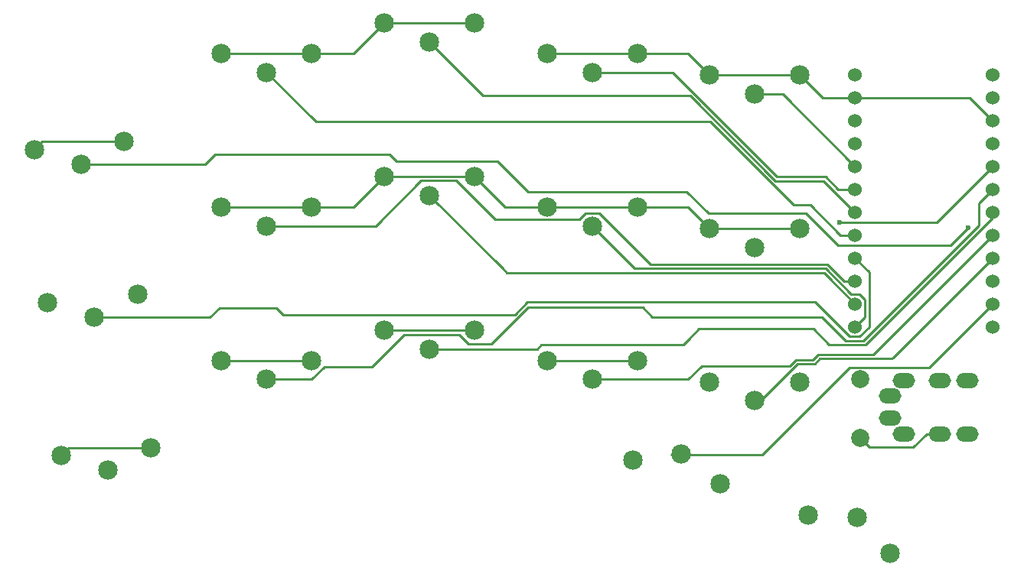
<source format=gtl>
G04 #@! TF.GenerationSoftware,KiCad,Pcbnew,(5.1.4-0-10_14)*
G04 #@! TF.CreationDate,2020-11-29T23:03:10+01:00*
G04 #@! TF.ProjectId,haigha,68616967-6861-42e6-9b69-6361645f7063,2.1*
G04 #@! TF.SameCoordinates,Original*
G04 #@! TF.FileFunction,Copper,L1,Top*
G04 #@! TF.FilePolarity,Positive*
%FSLAX46Y46*%
G04 Gerber Fmt 4.6, Leading zero omitted, Abs format (unit mm)*
G04 Created by KiCad (PCBNEW (5.1.4-0-10_14)) date 2020-11-29 23:03:10*
%MOMM*%
%LPD*%
G04 APERTURE LIST*
%ADD10C,2.153000*%
%ADD11C,1.524000*%
%ADD12C,2.000000*%
%ADD13O,2.500000X1.700000*%
%ADD14C,0.600000*%
%ADD15C,0.250000*%
G04 APERTURE END LIST*
D10*
X67000000Y-66345000D03*
X57000000Y-66345000D03*
X62000000Y-68445000D03*
X46241165Y-42113861D03*
X36279218Y-42985419D03*
X41443219Y-44641649D03*
D11*
X127111400Y-34672000D03*
X127111400Y-37212000D03*
X127111400Y-39752000D03*
X127111400Y-42292000D03*
X127111400Y-44832000D03*
X127111400Y-47372000D03*
X127111400Y-49912000D03*
X127111400Y-52452000D03*
X127111400Y-54992000D03*
X127111400Y-57532000D03*
X127111400Y-60072000D03*
X127111400Y-62612000D03*
X142331400Y-62612000D03*
X142331400Y-60072000D03*
X142331400Y-57532000D03*
X142331400Y-54992000D03*
X142331400Y-52452000D03*
X142331400Y-49912000D03*
X142331400Y-47372000D03*
X142331400Y-44832000D03*
X142331400Y-42292000D03*
X142331400Y-39752000D03*
X142331400Y-37212000D03*
X142331400Y-34672000D03*
D10*
X112173142Y-80013577D03*
X102513883Y-77425387D03*
X107887032Y-76691038D03*
X121000000Y-68720000D03*
X111000000Y-68720000D03*
X116000000Y-70820000D03*
X130977488Y-87739122D03*
X121914410Y-83512939D03*
X127333448Y-83722784D03*
X103000000Y-66345000D03*
X93000000Y-66345000D03*
X98000000Y-68445000D03*
X85000000Y-62970000D03*
X75000000Y-62970000D03*
X80000000Y-65070000D03*
X49204865Y-75989461D03*
X39242918Y-76861019D03*
X44406919Y-78517249D03*
X121000000Y-51720000D03*
X111000000Y-51720000D03*
X116000000Y-53820000D03*
X103000000Y-49340000D03*
X93000000Y-49340000D03*
X98000000Y-51440000D03*
X85000000Y-45970000D03*
X75000000Y-45970000D03*
X80000000Y-48070000D03*
X67000000Y-49340000D03*
X57000000Y-49340000D03*
X62000000Y-51440000D03*
X47722765Y-59049161D03*
X37760818Y-59920719D03*
X42924819Y-61576949D03*
X121000000Y-34720000D03*
X111000000Y-34720000D03*
X116000000Y-36820000D03*
X103000000Y-32340000D03*
X93000000Y-32340000D03*
X98000000Y-34440000D03*
X85000000Y-28980000D03*
X75000000Y-28980000D03*
X80000000Y-31080000D03*
X67000000Y-32340000D03*
X57000000Y-32340000D03*
X62000000Y-34440000D03*
D12*
X127660000Y-74950000D03*
X127660000Y-68450000D03*
D13*
X131000000Y-70300000D03*
X132500000Y-74500000D03*
X136500000Y-74500000D03*
X139500000Y-74500000D03*
X136500000Y-68550000D03*
X139500000Y-68550000D03*
X131000000Y-72750000D03*
X132500000Y-68550000D03*
D14*
X139591000Y-51660400D03*
X125344600Y-51036600D03*
D15*
X80000000Y-65070000D02*
X80066400Y-65003600D01*
X109844300Y-62864700D02*
X122467300Y-62864700D01*
X122467300Y-62864700D02*
X124207600Y-64605000D01*
X124207600Y-64605000D02*
X128235600Y-64605000D01*
X128235600Y-64605000D02*
X142331400Y-50509200D01*
X142331400Y-50509200D02*
X142331400Y-49912000D01*
X80000000Y-65070000D02*
X91902000Y-65070000D01*
X91902000Y-65070000D02*
X92387499Y-64584501D01*
X108124499Y-64584501D02*
X108706500Y-64002500D01*
X92387499Y-64584501D02*
X108124499Y-64584501D01*
X108706500Y-64002500D02*
X109844300Y-62864700D01*
X122451000Y-66277900D02*
X123016300Y-65712600D01*
X123016300Y-65712600D02*
X129070800Y-65712600D01*
X129070800Y-65712600D02*
X142331400Y-52452000D01*
X120542590Y-66277900D02*
X120920100Y-66277900D01*
X119860989Y-66959501D02*
X120542590Y-66277900D01*
X108638600Y-68445000D02*
X110124099Y-66959501D01*
X98000000Y-68445000D02*
X108638600Y-68445000D01*
X110124099Y-66959501D02*
X119860989Y-66959501D01*
X120920100Y-66277900D02*
X122451000Y-66277900D01*
X120542100Y-66277900D02*
X120920100Y-66277900D01*
X131160790Y-66162610D02*
X131300700Y-66022700D01*
X120728990Y-66727910D02*
X122637400Y-66727910D01*
X123202700Y-66162610D02*
X131160790Y-66162610D01*
X116636900Y-70820000D02*
X120728990Y-66727910D01*
X131300700Y-66022700D02*
X142331400Y-54992000D01*
X122637400Y-66727910D02*
X123202700Y-66162610D01*
X116000000Y-70820000D02*
X116636900Y-70820000D01*
X137668900Y-53582500D02*
X139591000Y-51660400D01*
X41443219Y-44641649D02*
X55180351Y-44641649D01*
X75631999Y-43500499D02*
X75882750Y-43751250D01*
X55180351Y-44641649D02*
X56321501Y-43500499D01*
X56321501Y-43500499D02*
X75631999Y-43500499D01*
X75631600Y-43500100D02*
X75882750Y-43751250D01*
X121689000Y-50038000D02*
X125233500Y-53582500D01*
X110877666Y-50038000D02*
X121689000Y-50038000D01*
X108466066Y-47626400D02*
X110877666Y-50038000D01*
X125233500Y-53582500D02*
X137668900Y-53582500D01*
X87554900Y-44256400D02*
X90924900Y-47626400D01*
X76387900Y-44256400D02*
X87554900Y-44256400D01*
X90924900Y-47626400D02*
X108466066Y-47626400D01*
X75882750Y-43751250D02*
X76387900Y-44256400D01*
X116000000Y-36820000D02*
X119099400Y-36820000D01*
X119099400Y-36820000D02*
X127111400Y-44832000D01*
X103000000Y-49340000D02*
X108620000Y-49340000D01*
X108620000Y-49340000D02*
X111000000Y-51720000D01*
X93000000Y-49340000D02*
X88370000Y-49340000D01*
X88370000Y-49340000D02*
X85000000Y-45970000D01*
X75000000Y-45970000D02*
X85000000Y-45970000D01*
X67000000Y-49340000D02*
X71630000Y-49340000D01*
X71630000Y-49340000D02*
X75000000Y-45970000D01*
X67000000Y-32340000D02*
X57000000Y-32340000D01*
X75000000Y-28980000D02*
X71640000Y-32340000D01*
X71640000Y-32340000D02*
X67000000Y-32340000D01*
X121000000Y-34720000D02*
X123492000Y-37212000D01*
X123492000Y-37212000D02*
X127111400Y-37212000D01*
X111000000Y-34720000D02*
X121000000Y-34720000D01*
X85000000Y-62970000D02*
X75000000Y-62970000D01*
X142331400Y-39752000D02*
X139791400Y-37212000D01*
X139791400Y-37212000D02*
X127111400Y-37212000D01*
X93000000Y-66345000D02*
X103000000Y-66345000D01*
X57000000Y-66345000D02*
X67000000Y-66345000D01*
X39242900Y-76861000D02*
X40114400Y-75989500D01*
X40114400Y-75989500D02*
X49204900Y-75989500D01*
X111000000Y-51720000D02*
X121000000Y-51720000D01*
X93000000Y-49340000D02*
X103000000Y-49340000D01*
X57000000Y-49340000D02*
X67000000Y-49340000D01*
X103000000Y-32340000D02*
X108620000Y-32340000D01*
X108620000Y-32340000D02*
X111000000Y-34720000D01*
X93000000Y-32340000D02*
X103000000Y-32340000D01*
X75000000Y-28980000D02*
X85000000Y-28980000D01*
X36279200Y-42985400D02*
X37150700Y-42113900D01*
X37150700Y-42113900D02*
X46241200Y-42113900D01*
X133550001Y-75949999D02*
X135000000Y-74500000D01*
X128659999Y-75949999D02*
X133550001Y-75949999D01*
X135000000Y-74500000D02*
X136500000Y-74500000D01*
X127660000Y-74950000D02*
X128659999Y-75949999D01*
X127111400Y-47372000D02*
X125207810Y-47372000D01*
X106910610Y-34440000D02*
X103782000Y-34440000D01*
X118464100Y-45993490D02*
X106910610Y-34440000D01*
X123829300Y-45993490D02*
X118464100Y-45993490D01*
X103782000Y-34440000D02*
X98000000Y-34440000D01*
X125207810Y-47372000D02*
X123829300Y-45993490D01*
X80000000Y-31080000D02*
X85922000Y-37002000D01*
X85922000Y-37002000D02*
X108836200Y-37002000D01*
X108836200Y-37002000D02*
X118277700Y-46443500D01*
X118277700Y-46443500D02*
X123642900Y-46443500D01*
X123642900Y-46443500D02*
X127111400Y-49912000D01*
X62000000Y-34440000D02*
X67437500Y-39877500D01*
X67437500Y-39877500D02*
X111074800Y-39877500D01*
X111074800Y-39877500D02*
X120293500Y-49096200D01*
X120293500Y-49096200D02*
X122132300Y-49096200D01*
X122132300Y-49096200D02*
X125488100Y-52452000D01*
X125488100Y-52452000D02*
X127111400Y-52452000D01*
X89467300Y-61277500D02*
X90845400Y-59899400D01*
X90845400Y-59899400D02*
X122645500Y-59899400D01*
X122645500Y-59899400D02*
X126449200Y-63703100D01*
X126449200Y-63703100D02*
X127568600Y-63703100D01*
X127568600Y-63703100D02*
X128658300Y-62613400D01*
X128658300Y-62613400D02*
X128658300Y-56538900D01*
X128658300Y-56538900D02*
X127111400Y-54992000D01*
X76644500Y-61277500D02*
X89467300Y-61277500D01*
X76409000Y-61277500D02*
X76644500Y-61277500D01*
X64833500Y-61277500D02*
X64960500Y-61277500D01*
X64960500Y-61277500D02*
X76644500Y-61277500D01*
X63045499Y-60505499D02*
X56799167Y-60505499D01*
X55727717Y-61576949D02*
X42924819Y-61576949D01*
X63817500Y-61277500D02*
X63045499Y-60505499D01*
X56799167Y-60505499D02*
X55727717Y-61576949D01*
X64960500Y-61277500D02*
X63817500Y-61277500D01*
X62000000Y-51440000D02*
X71496000Y-51440000D01*
X71496000Y-51440000D02*
X71630000Y-51440000D01*
X104487790Y-55719790D02*
X124045791Y-55719791D01*
X98799990Y-50031990D02*
X104487790Y-55719790D01*
X97275990Y-50031990D02*
X98799990Y-50031990D01*
X124045791Y-55719791D02*
X125858000Y-57532000D01*
X82996010Y-46420010D02*
X87317501Y-50741501D01*
X74036000Y-51440000D02*
X79055990Y-46420010D01*
X125858000Y-57532000D02*
X127111400Y-57532000D01*
X96566479Y-50741501D02*
X97275990Y-50031990D01*
X87317501Y-50741501D02*
X96566479Y-50741501D01*
X79055990Y-46420010D02*
X82996010Y-46420010D01*
X71496000Y-51440000D02*
X74036000Y-51440000D01*
X86881800Y-64516000D02*
X86614000Y-64516000D01*
X142331400Y-47372000D02*
X140775100Y-48928300D01*
X123442300Y-61540700D02*
X104676300Y-61540700D01*
X126055000Y-64153400D02*
X123442300Y-61540700D01*
X128028700Y-64153400D02*
X126055000Y-64153400D01*
X140775100Y-51407000D02*
X128028700Y-64153400D01*
X140775100Y-48928300D02*
X140775100Y-51407000D01*
X90938900Y-60458900D02*
X86881800Y-64516000D01*
X104676300Y-61540700D02*
X103594500Y-60458900D01*
X103594500Y-60458900D02*
X90938900Y-60458900D01*
X77216000Y-63500000D02*
X83312000Y-63500000D01*
X73660000Y-67056000D02*
X77216000Y-63500000D01*
X83312000Y-63500000D02*
X84328000Y-64516000D01*
X68363222Y-67056000D02*
X73660000Y-67056000D01*
X62000000Y-68445000D02*
X66974222Y-68445000D01*
X66974222Y-68445000D02*
X68363222Y-67056000D01*
X84328000Y-64516000D02*
X86614000Y-64516000D01*
X142331400Y-44832000D02*
X136126800Y-51036600D01*
X136126800Y-51036600D02*
X125344600Y-51036600D01*
X124197700Y-57158300D02*
X124197700Y-57157710D01*
X123923200Y-56883800D02*
X124197700Y-57158300D01*
X124197700Y-57158300D02*
X127111400Y-60072000D01*
X88549810Y-56619810D02*
X88101000Y-56171000D01*
X124197700Y-57157710D02*
X123659800Y-56619810D01*
X123659800Y-56619810D02*
X88549810Y-56619810D01*
X80000000Y-48070000D02*
X88101000Y-56171000D01*
X98000000Y-51440000D02*
X102729800Y-56169800D01*
X102729800Y-56169800D02*
X123846200Y-56169800D01*
X123846200Y-56169800D02*
X126656900Y-58980500D01*
X126656900Y-58980500D02*
X127591800Y-58980500D01*
X127591800Y-58980500D02*
X128207900Y-59596600D01*
X128207900Y-59596600D02*
X128207900Y-61515500D01*
X128207900Y-61515500D02*
X127111400Y-62612000D01*
X106787000Y-76781000D02*
X116844700Y-76781000D01*
X116844700Y-76781000D02*
X126526900Y-67098800D01*
X126526900Y-67098800D02*
X135304600Y-67098800D01*
X135304600Y-67098800D02*
X142331400Y-60072000D01*
M02*

</source>
